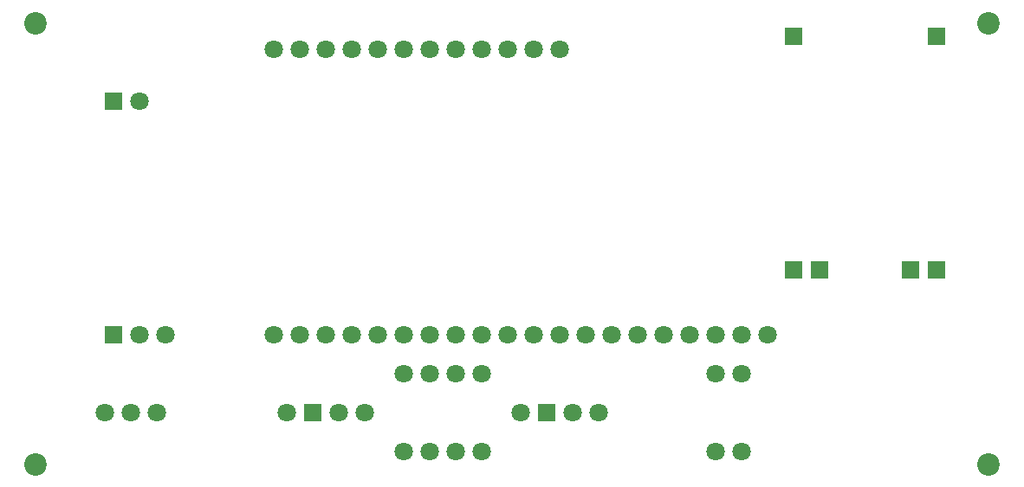
<source format=gbs>
%TF.GenerationSoftware,KiCad,Pcbnew,9.0.0*%
%TF.CreationDate,2025-03-09T03:37:22-07:00*%
%TF.ProjectId,tag,7461672e-6b69-4636-9164-5f7063625858,v0.1*%
%TF.SameCoordinates,Original*%
%TF.FileFunction,Soldermask,Bot*%
%TF.FilePolarity,Negative*%
%FSLAX46Y46*%
G04 Gerber Fmt 4.6, Leading zero omitted, Abs format (unit mm)*
G04 Created by KiCad (PCBNEW 9.0.0) date 2025-03-09 03:37:22*
%MOMM*%
%LPD*%
G01*
G04 APERTURE LIST*
%ADD10C,1.800000*%
%ADD11R,1.800000X1.800000*%
%ADD12C,2.200000*%
G04 APERTURE END LIST*
D10*
%TO.C,ESP32_UWB1*%
X40855000Y-48260000D03*
X43395000Y-48260000D03*
X45935000Y-48260000D03*
X48475000Y-48260000D03*
X51015000Y-48260000D03*
X53555000Y-48260000D03*
X56095000Y-48260000D03*
X58635000Y-48260000D03*
X61175000Y-48260000D03*
X63715000Y-48260000D03*
X66255000Y-48260000D03*
X68795000Y-48260000D03*
X71335000Y-48260000D03*
X73875000Y-48260000D03*
X76415000Y-48260000D03*
X78955000Y-48260000D03*
X81495000Y-48260000D03*
X84035000Y-48260000D03*
X86575000Y-48260000D03*
X89115000Y-48260000D03*
X40855000Y-20320000D03*
X43395000Y-20320000D03*
X45935000Y-20320000D03*
X48475000Y-20320000D03*
X51015000Y-20320000D03*
X53555000Y-20320000D03*
X56095000Y-20320000D03*
X58635000Y-20320000D03*
X61175000Y-20320000D03*
X63715000Y-20320000D03*
X66255000Y-20320000D03*
X68795000Y-20320000D03*
%TD*%
D11*
%TO.C,5V_DC_DC_Converter1*%
X25185000Y-48260000D03*
D10*
X27725000Y-48260000D03*
X30265000Y-48260000D03*
D11*
X25185000Y-25400000D03*
D10*
X27725000Y-25400000D03*
%TD*%
%TO.C,R1*%
X53555000Y-59690000D03*
X53555000Y-52070000D03*
%TD*%
%TO.C,RGB_LED_ROUND1*%
X42125000Y-55880000D03*
D11*
X44665000Y-55880000D03*
D10*
X47205000Y-55880000D03*
X49745000Y-55880000D03*
%TD*%
D12*
%TO.C,REF\u002A\u002A*%
X110705000Y-60960000D03*
%TD*%
D10*
%TO.C,R2*%
X56095000Y-59690000D03*
X56095000Y-52070000D03*
%TD*%
%TO.C,R4*%
X61175000Y-59690000D03*
X61175000Y-52070000D03*
%TD*%
%TO.C,RGB_LED_ROUND2*%
X64985000Y-55880000D03*
D11*
X67525000Y-55880000D03*
D10*
X70065000Y-55880000D03*
X72605000Y-55880000D03*
%TD*%
%TO.C,R3*%
X58635000Y-59690000D03*
X58635000Y-52070000D03*
%TD*%
%TO.C,R6*%
X86575000Y-59690000D03*
X86575000Y-52070000D03*
%TD*%
%TO.C,ON_OFF_SWITCH1*%
X24345000Y-55880000D03*
X26885000Y-55880000D03*
X29425000Y-55880000D03*
%TD*%
D12*
%TO.C,REF\u002A\u002A*%
X110705000Y-17780000D03*
%TD*%
D10*
%TO.C,R5*%
X84035000Y-59690000D03*
X84035000Y-52070000D03*
%TD*%
D12*
%TO.C,REF\u002A\u002A*%
X17565000Y-17780000D03*
%TD*%
%TO.C,REF\u002A\u002A*%
X17565000Y-60960000D03*
%TD*%
D11*
%TO.C,Battery_Charger1*%
X91655000Y-19050000D03*
X105625000Y-19050000D03*
X91655000Y-41910000D03*
X94195000Y-41910000D03*
X103085000Y-41910000D03*
X105625000Y-41910000D03*
%TD*%
M02*

</source>
